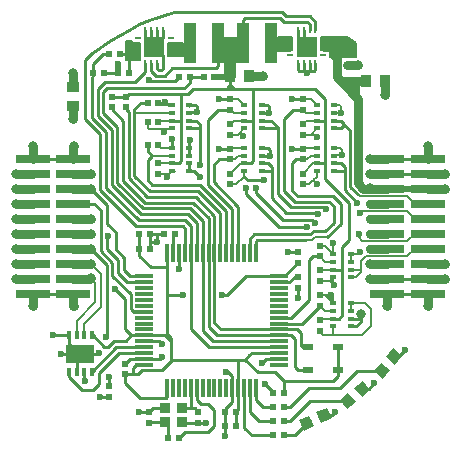
<source format=gtl>
G04 #@! TF.GenerationSoftware,KiCad,Pcbnew,no-vcs-found-d3b382c~59~ubuntu16.04.1*
G04 #@! TF.CreationDate,2017-07-20T01:56:19+01:00*
G04 #@! TF.ProjectId,m3pyro,6D337079726F2E6B696361645F706362,rev?*
G04 #@! TF.SameCoordinates,Original
G04 #@! TF.FileFunction,Copper,L1,Top,Signal*
G04 #@! TF.FilePolarity,Positive*
%FSLAX46Y46*%
G04 Gerber Fmt 4.6, Leading zero omitted, Abs format (unit mm)*
G04 Created by KiCad (PCBNEW no-vcs-found-d3b382c~59~ubuntu16.04.1) date Thu Jul 20 01:56:19 2017*
%MOMM*%
%LPD*%
G01*
G04 APERTURE LIST*
%ADD10R,1.000000X0.950000*%
%ADD11R,0.559000X0.406000*%
%ADD12C,0.950000*%
%ADD13C,0.100000*%
%ADD14R,0.620000X0.620000*%
%ADD15R,0.950000X1.000000*%
%ADD16R,0.350000X0.650000*%
%ADD17R,2.400000X1.550000*%
%ADD18R,0.300000X1.500000*%
%ADD19R,1.500000X0.300000*%
%ADD20R,1.700000X1.700000*%
%ADD21C,0.300000*%
%ADD22R,0.250000X0.600000*%
%ADD23R,0.600000X0.250000*%
%ADD24R,0.900000X0.500000*%
%ADD25R,2.920000X0.740000*%
%ADD26R,0.980000X3.400000*%
%ADD27R,0.950000X0.850000*%
%ADD28C,0.800000*%
%ADD29C,0.600000*%
%ADD30C,0.740000*%
%ADD31C,0.280000*%
%ADD32C,0.740000*%
%ADD33C,0.200000*%
%ADD34C,0.500000*%
%ADD35C,1.000000*%
G04 APERTURE END LIST*
D10*
X86650000Y-88200000D03*
X86650000Y-89800000D03*
D11*
X110186500Y-106525000D03*
X110186500Y-107175000D03*
X110186500Y-107825000D03*
X110186500Y-108475000D03*
X108713500Y-108475000D03*
X108713500Y-107825000D03*
X108713500Y-107175000D03*
X108713500Y-106525000D03*
D12*
X113864230Y-111037164D03*
D13*
G36*
X113786532Y-110351899D02*
X114552576Y-110994687D01*
X113941928Y-111722429D01*
X113175884Y-111079641D01*
X113786532Y-110351899D01*
X113786532Y-110351899D01*
G37*
D12*
X112835770Y-112262836D03*
D13*
G36*
X112758072Y-111577571D02*
X113524116Y-112220359D01*
X112913468Y-112948101D01*
X112147424Y-112305313D01*
X112758072Y-111577571D01*
X112758072Y-111577571D01*
G37*
D11*
X95063500Y-89775000D03*
X95063500Y-90425000D03*
X95063500Y-91075000D03*
X95063500Y-91725000D03*
X96536500Y-91725000D03*
X96536500Y-91075000D03*
X96536500Y-90425000D03*
X96536500Y-89775000D03*
D14*
X95300000Y-100700000D03*
X94400000Y-100700000D03*
X92300000Y-100700000D03*
X93200000Y-100700000D03*
X100000000Y-96450000D03*
X100000000Y-95550000D03*
X107550000Y-103750000D03*
X107550000Y-104650000D03*
X100000000Y-92250000D03*
X100000000Y-91350000D03*
X107550000Y-106750000D03*
X107550000Y-105850000D03*
X100000000Y-93450000D03*
X100000000Y-94350000D03*
X107550000Y-102550000D03*
X107550000Y-101650000D03*
X100000000Y-89250000D03*
X100000000Y-90150000D03*
X89950000Y-89950000D03*
X89950000Y-89050000D03*
X91150000Y-89950000D03*
X91150000Y-89050000D03*
X107550000Y-107950000D03*
X107550000Y-108850000D03*
X93900000Y-95550000D03*
X93900000Y-94650000D03*
X106150000Y-91350000D03*
X106150000Y-92250000D03*
X93000000Y-91150000D03*
X93900000Y-91150000D03*
X106150000Y-94350000D03*
X106150000Y-93450000D03*
X93900000Y-93150000D03*
X93000000Y-93150000D03*
X106150000Y-90150000D03*
X106150000Y-89250000D03*
X93900000Y-89550000D03*
X93000000Y-89550000D03*
X96550000Y-87400000D03*
X95650000Y-87400000D03*
X98650000Y-87400000D03*
X97750000Y-87400000D03*
X106150000Y-96450000D03*
X106150000Y-95550000D03*
X90650000Y-85450000D03*
X89750000Y-85450000D03*
X94750000Y-117900000D03*
X95650000Y-117900000D03*
X104500000Y-115300000D03*
X103600000Y-115300000D03*
X103600000Y-116500000D03*
X104500000Y-116500000D03*
X104500000Y-117700000D03*
X103600000Y-117700000D03*
X105700000Y-103100000D03*
X105700000Y-102200000D03*
X88400000Y-87000000D03*
X89300000Y-87000000D03*
X93100000Y-115750000D03*
X93100000Y-116650000D03*
X103600000Y-114100000D03*
X104500000Y-114100000D03*
X97300000Y-115750000D03*
X97300000Y-116650000D03*
X93200000Y-101900000D03*
X92300000Y-101900000D03*
X100450000Y-115700000D03*
X99550000Y-115700000D03*
X105700000Y-105200000D03*
X105700000Y-104300000D03*
X109000000Y-86350000D03*
X109900000Y-86350000D03*
X90500000Y-87000000D03*
X91400000Y-87000000D03*
X89750000Y-113550000D03*
X89750000Y-114450000D03*
X100450000Y-116900000D03*
X99550000Y-116900000D03*
X91100000Y-111650000D03*
X91100000Y-112550000D03*
D15*
X113100000Y-87750000D03*
X111500000Y-87750000D03*
X100000000Y-87250000D03*
X101600000Y-87250000D03*
D12*
X107925046Y-116011905D03*
D13*
G36*
X108144233Y-115358007D02*
X108566851Y-116264315D01*
X107705859Y-116665803D01*
X107283241Y-115759495D01*
X108144233Y-115358007D01*
X108144233Y-115358007D01*
G37*
D12*
X106474954Y-116688095D03*
D13*
G36*
X106694141Y-116034197D02*
X107116759Y-116940505D01*
X106255767Y-117341993D01*
X105833149Y-116435685D01*
X106694141Y-116034197D01*
X106694141Y-116034197D01*
G37*
D12*
X109937164Y-114814230D03*
D13*
G36*
X109979641Y-114125884D02*
X110622429Y-114891928D01*
X109894687Y-115502576D01*
X109251899Y-114736532D01*
X109979641Y-114125884D01*
X109979641Y-114125884D01*
G37*
D12*
X111162836Y-113785770D03*
D13*
G36*
X111205313Y-113097424D02*
X111848101Y-113863468D01*
X111120359Y-114474116D01*
X110477571Y-113708072D01*
X111205313Y-113097424D01*
X111205313Y-113097424D01*
G37*
D11*
X108786500Y-93375000D03*
X108786500Y-94025000D03*
X108786500Y-94675000D03*
X108786500Y-95325000D03*
X107313500Y-95325000D03*
X107313500Y-94675000D03*
X107313500Y-94025000D03*
X107313500Y-93375000D03*
X101163500Y-93375000D03*
X101163500Y-94025000D03*
X101163500Y-94675000D03*
X101163500Y-95325000D03*
X102636500Y-95325000D03*
X102636500Y-94675000D03*
X102636500Y-94025000D03*
X102636500Y-93375000D03*
X96536500Y-93375000D03*
X96536500Y-94025000D03*
X96536500Y-94675000D03*
X96536500Y-95325000D03*
X95063500Y-95325000D03*
X95063500Y-94675000D03*
X95063500Y-94025000D03*
X95063500Y-93375000D03*
X110186500Y-102375000D03*
X110186500Y-103025000D03*
X110186500Y-103675000D03*
X110186500Y-104325000D03*
X108713500Y-104325000D03*
X108713500Y-103675000D03*
X108713500Y-103025000D03*
X108713500Y-102375000D03*
X102636500Y-89775000D03*
X102636500Y-90425000D03*
X102636500Y-91075000D03*
X102636500Y-91725000D03*
X101163500Y-91725000D03*
X101163500Y-91075000D03*
X101163500Y-90425000D03*
X101163500Y-89775000D03*
X107313500Y-89775000D03*
X107313500Y-90425000D03*
X107313500Y-91075000D03*
X107313500Y-91725000D03*
X108786500Y-91725000D03*
X108786500Y-91075000D03*
X108786500Y-90425000D03*
X108786500Y-89775000D03*
D16*
X86325000Y-112350000D03*
X86975000Y-112350000D03*
X87625000Y-112350000D03*
X88275000Y-112350000D03*
X88275000Y-109250000D03*
X87625000Y-109250000D03*
X86975000Y-109250000D03*
X86325000Y-109250000D03*
D17*
X87300000Y-110800000D03*
D18*
X94650000Y-113700000D03*
X95150000Y-113700000D03*
X95650000Y-113700000D03*
X96150000Y-113700000D03*
X96650000Y-113700000D03*
X97150000Y-113700000D03*
X97650000Y-113700000D03*
X98150000Y-113700000D03*
X98650000Y-113700000D03*
X99150000Y-113700000D03*
X99650000Y-113700000D03*
X100150000Y-113700000D03*
X100650000Y-113700000D03*
X101150000Y-113700000D03*
X101650000Y-113700000D03*
X102150000Y-113700000D03*
D19*
X104100000Y-111750000D03*
X104100000Y-111250000D03*
X104100000Y-110750000D03*
X104100000Y-110250000D03*
X104100000Y-109750000D03*
X104100000Y-109250000D03*
X104100000Y-108750000D03*
X104100000Y-108250000D03*
X104100000Y-107750000D03*
X104100000Y-107250000D03*
X104100000Y-106750000D03*
X104100000Y-106250000D03*
X104100000Y-105750000D03*
X104100000Y-105250000D03*
X104100000Y-104750000D03*
X104100000Y-104250000D03*
D18*
X102150000Y-102300000D03*
X101650000Y-102300000D03*
X101150000Y-102300000D03*
X100650000Y-102300000D03*
X100150000Y-102300000D03*
X99650000Y-102300000D03*
X99150000Y-102300000D03*
X98650000Y-102300000D03*
X98150000Y-102300000D03*
X97650000Y-102300000D03*
X97150000Y-102300000D03*
X96650000Y-102300000D03*
X96150000Y-102300000D03*
X95650000Y-102300000D03*
X95150000Y-102300000D03*
X94650000Y-102300000D03*
D19*
X92700000Y-104250000D03*
X92700000Y-104750000D03*
X92700000Y-105250000D03*
X92700000Y-105750000D03*
X92700000Y-106250000D03*
X92700000Y-106750000D03*
X92700000Y-107250000D03*
X92700000Y-107750000D03*
X92700000Y-108250000D03*
X92700000Y-108750000D03*
X92700000Y-109250000D03*
X92700000Y-109750000D03*
X92700000Y-110250000D03*
X92700000Y-110750000D03*
X92700000Y-111250000D03*
X92700000Y-111750000D03*
D20*
X93550000Y-84800000D03*
D21*
X92950000Y-84200000D03*
X92950000Y-85400000D03*
X94150000Y-84200000D03*
X94150000Y-85400000D03*
D22*
X94300000Y-86200000D03*
X93800000Y-86200000D03*
X93300000Y-86200000D03*
X92800000Y-86200000D03*
D23*
X92150000Y-85550000D03*
X92150000Y-85050000D03*
X92150000Y-84550000D03*
X92150000Y-84050000D03*
D22*
X92800000Y-83400000D03*
X93300000Y-83400000D03*
X93800000Y-83400000D03*
X94300000Y-83400000D03*
D23*
X94950000Y-84050000D03*
X94950000Y-84550000D03*
X94950000Y-85050000D03*
X94950000Y-85550000D03*
X105050000Y-84050000D03*
X105050000Y-84550000D03*
X105050000Y-85050000D03*
X105050000Y-85550000D03*
D22*
X105700000Y-86200000D03*
X106200000Y-86200000D03*
X106700000Y-86200000D03*
X107200000Y-86200000D03*
D23*
X107850000Y-85550000D03*
X107850000Y-85050000D03*
X107850000Y-84550000D03*
X107850000Y-84050000D03*
D22*
X107200000Y-83400000D03*
X106700000Y-83400000D03*
X106200000Y-83400000D03*
X105700000Y-83400000D03*
D21*
X105850000Y-84200000D03*
X105850000Y-85400000D03*
X107050000Y-84200000D03*
X107050000Y-85400000D03*
D20*
X106450000Y-84800000D03*
D24*
X106550000Y-110250000D03*
X109150000Y-110250000D03*
X109150000Y-112150000D03*
X106550000Y-112150000D03*
D25*
X116715000Y-105715000D03*
X113285000Y-105715000D03*
X116715000Y-104445000D03*
X113285000Y-104445000D03*
X116715000Y-103175000D03*
X113285000Y-103175000D03*
X116715000Y-101905000D03*
X113285000Y-101905000D03*
X116715000Y-100635000D03*
X113285000Y-100635000D03*
X116715000Y-99365000D03*
X113285000Y-99365000D03*
X116715000Y-98095000D03*
X113285000Y-98095000D03*
X116715000Y-96825000D03*
X113285000Y-96825000D03*
X116715000Y-95555000D03*
X113285000Y-95555000D03*
X116715000Y-94285000D03*
X113285000Y-94285000D03*
X83285000Y-94285000D03*
X86715000Y-94285000D03*
X83285000Y-95555000D03*
X86715000Y-95555000D03*
X83285000Y-96825000D03*
X86715000Y-96825000D03*
X83285000Y-98095000D03*
X86715000Y-98095000D03*
X83285000Y-99365000D03*
X86715000Y-99365000D03*
X83285000Y-100635000D03*
X86715000Y-100635000D03*
X83285000Y-101905000D03*
X86715000Y-101905000D03*
X83285000Y-103175000D03*
X86715000Y-103175000D03*
X83285000Y-104445000D03*
X86715000Y-104445000D03*
X83285000Y-105715000D03*
X86715000Y-105715000D03*
D26*
X98935000Y-84500000D03*
X96565000Y-84500000D03*
X103435000Y-84500000D03*
X101065000Y-84500000D03*
D27*
X95925000Y-115425000D03*
X94475000Y-115425000D03*
X94475000Y-116575000D03*
X95925000Y-116575000D03*
D28*
X113100000Y-88900000D03*
X110800000Y-86350000D03*
X86650000Y-90900000D03*
D29*
X105200000Y-89250000D03*
X105200000Y-93450000D03*
X99050000Y-93450000D03*
X99050000Y-89250000D03*
X94500000Y-89450000D03*
X95050000Y-92600000D03*
X108550000Y-105800000D03*
X108700000Y-101450000D03*
X104850000Y-102200000D03*
X105700000Y-106050000D03*
X99650000Y-112350000D03*
X102700000Y-111550000D03*
X102950000Y-113350000D03*
X93800000Y-101300000D03*
X99550000Y-117750000D03*
X93100000Y-87650000D03*
X90500000Y-86300000D03*
D28*
X102750000Y-87250000D03*
D29*
X106450000Y-87050000D03*
X85700000Y-110800000D03*
X88850000Y-110750000D03*
X88950000Y-114450000D03*
X114750000Y-110500000D03*
X112200000Y-113300000D03*
X108900000Y-115750000D03*
D28*
X116750000Y-93225000D03*
X111825000Y-94275000D03*
X116725000Y-106775000D03*
X113275000Y-106775000D03*
X86725000Y-93200000D03*
X83300000Y-93200000D03*
X86725000Y-106775000D03*
X83300000Y-106775000D03*
D29*
X94200000Y-110000000D03*
X94200000Y-111050000D03*
X97950000Y-116650000D03*
X92250000Y-115750000D03*
X85000000Y-109250000D03*
D28*
X81825000Y-95575000D03*
D29*
X95650000Y-103600000D03*
D28*
X88175000Y-95550000D03*
X81825000Y-96825000D03*
X88175000Y-96825000D03*
X81825000Y-98100000D03*
D29*
X99300000Y-105850000D03*
X96000000Y-105850000D03*
X90200000Y-105350000D03*
D28*
X81825000Y-99375000D03*
X88170000Y-99400000D03*
X81825000Y-100650000D03*
X88175000Y-100625000D03*
X81825000Y-101900000D03*
D29*
X89500000Y-109400000D03*
X89750000Y-112800000D03*
X87650000Y-113150000D03*
D28*
X88175000Y-101925000D03*
X81825000Y-103175000D03*
X88175000Y-103175000D03*
X81825000Y-104450000D03*
X88175000Y-104425000D03*
X111825000Y-104450000D03*
X118175000Y-104450000D03*
X118175000Y-103175000D03*
X111820000Y-103210000D03*
D30*
X111825000Y-101905000D03*
D29*
X107200000Y-99760000D03*
X110850000Y-100650000D03*
X102200000Y-96750000D03*
X97400000Y-94850000D03*
D30*
X111825000Y-100635000D03*
D29*
X108072451Y-98570010D03*
X110950000Y-98900000D03*
D30*
X111825000Y-99365000D03*
X111825000Y-98095000D03*
D29*
X109650000Y-84235771D03*
D28*
X86700000Y-87050000D03*
D29*
X91400000Y-85750000D03*
X91400000Y-85150000D03*
X91400000Y-84550000D03*
X108700000Y-85450000D03*
X108700000Y-84850000D03*
X108700000Y-84250000D03*
D28*
X118175000Y-96825000D03*
X111825000Y-96800000D03*
X118175000Y-95550000D03*
X111825000Y-95550000D03*
D29*
X89625000Y-100800000D03*
D28*
X111065576Y-107400586D03*
D29*
X106450000Y-100050000D03*
X101350000Y-96750000D03*
X97400000Y-95800000D03*
X107439253Y-99010018D03*
X110750000Y-98000000D03*
X109400000Y-90400000D03*
X107300000Y-92450000D03*
X97200000Y-90300000D03*
X94350000Y-92050000D03*
X103300000Y-90435000D03*
X101050000Y-92400000D03*
X110950000Y-102200000D03*
X108750000Y-105000000D03*
X94600000Y-95860001D03*
X96550000Y-92700000D03*
X103350000Y-94050000D03*
X102850000Y-96100000D03*
X109450000Y-94000000D03*
X107300000Y-96400000D03*
D31*
X95925000Y-115425000D02*
X96600000Y-115425000D01*
X96600000Y-115425000D02*
X96975000Y-115425000D01*
X96650000Y-113700000D02*
X96650000Y-115375000D01*
X96650000Y-115375000D02*
X96600000Y-115425000D01*
X96975000Y-115425000D02*
X97300000Y-115750000D01*
D32*
X113100000Y-87750000D02*
X113100000Y-88900000D01*
X109900000Y-86350000D02*
X110800000Y-86350000D01*
X86650000Y-89800000D02*
X86650000Y-90900000D01*
D31*
X106150000Y-89250000D02*
X105200000Y-89250000D01*
X106150000Y-93450000D02*
X105200000Y-93450000D01*
D33*
X107313500Y-93375000D02*
X106225000Y-93375000D01*
X106225000Y-93375000D02*
X106150000Y-93450000D01*
X107313500Y-89775000D02*
X106788500Y-89250000D01*
X106788500Y-89250000D02*
X106150000Y-89250000D01*
D31*
X100000000Y-93450000D02*
X99050000Y-93450000D01*
X100000000Y-89250000D02*
X99050000Y-89250000D01*
D33*
X101163500Y-93375000D02*
X100075000Y-93375000D01*
X100075000Y-93375000D02*
X100000000Y-93450000D01*
X100000000Y-89250000D02*
X100638500Y-89250000D01*
X100638500Y-89250000D02*
X101163500Y-89775000D01*
D31*
X94450000Y-89450000D02*
X94350000Y-89550000D01*
X94350000Y-89550000D02*
X93900000Y-89550000D01*
X94500000Y-89450000D02*
X94450000Y-89450000D01*
X95063500Y-89775000D02*
X94825000Y-89775000D01*
X94825000Y-89775000D02*
X94500000Y-89450000D01*
X95063500Y-93375000D02*
X95063500Y-92613500D01*
X95063500Y-92613500D02*
X95050000Y-92600000D01*
D33*
X95063500Y-93375000D02*
X94125000Y-93375000D01*
X94125000Y-93375000D02*
X93900000Y-93150000D01*
X95063500Y-89775000D02*
X94125000Y-89775000D01*
X94125000Y-89775000D02*
X93900000Y-89550000D01*
X107900000Y-105800000D02*
X107600000Y-105800000D01*
X107600000Y-105800000D02*
X107550000Y-105850000D01*
X107550000Y-105850000D02*
X107850000Y-105850000D01*
X107850000Y-105850000D02*
X108038500Y-105850000D01*
X108550000Y-105800000D02*
X107900000Y-105800000D01*
X107900000Y-105800000D02*
X107850000Y-105850000D01*
X108038500Y-105850000D02*
X108150000Y-105961500D01*
X108150000Y-105961500D02*
X108200000Y-106011500D01*
X108550000Y-105800000D02*
X108311500Y-105800000D01*
X108311500Y-105800000D02*
X108150000Y-105961500D01*
X108200000Y-106011500D02*
X108400000Y-106211500D01*
X108411500Y-105800000D02*
X108200000Y-106011500D01*
X108550000Y-105800000D02*
X108411500Y-105800000D01*
X108400000Y-106211500D02*
X108713500Y-106525000D01*
X108400000Y-106211500D02*
X108400000Y-105950000D01*
X108400000Y-105950000D02*
X108550000Y-105800000D01*
X108713500Y-106363500D02*
X108689236Y-106363500D01*
X108689236Y-106363500D02*
X108550000Y-106224264D01*
X108550000Y-106224264D02*
X108550000Y-105800000D01*
X108713500Y-106525000D02*
X108713500Y-106363500D01*
X108713500Y-106525000D02*
X108713500Y-105963500D01*
X108713500Y-105963500D02*
X108550000Y-105800000D01*
D31*
X113285000Y-105715000D02*
X116715000Y-105715000D01*
D33*
X108713500Y-102375000D02*
X108713500Y-101463500D01*
X108713500Y-101463500D02*
X108700000Y-101450000D01*
X107550000Y-101650000D02*
X107988500Y-101650000D01*
X107988500Y-101650000D02*
X108713500Y-102375000D01*
D31*
X105700000Y-102200000D02*
X104850000Y-102200000D01*
X105700000Y-105200000D02*
X105700000Y-106050000D01*
X100150000Y-113700000D02*
X100150000Y-112670000D01*
X100150000Y-112670000D02*
X99830000Y-112350000D01*
X99830000Y-112350000D02*
X99650000Y-112350000D01*
X104100000Y-111250000D02*
X103000000Y-111250000D01*
X103000000Y-111250000D02*
X102700000Y-111550000D01*
X103600000Y-114100000D02*
X103600000Y-114000000D01*
X103600000Y-114000000D02*
X102950000Y-113350000D01*
X93800000Y-100700000D02*
X93800000Y-101300000D01*
X93200000Y-101300000D02*
X93800000Y-101300000D01*
X93800000Y-100700000D02*
X94400000Y-100700000D01*
X93200000Y-100700000D02*
X93800000Y-100700000D01*
X93200000Y-101300000D02*
X93200000Y-101900000D01*
X93200000Y-100700000D02*
X93200000Y-101300000D01*
X99550000Y-116900000D02*
X99550000Y-117750000D01*
X99550000Y-115700000D02*
X99550000Y-116900000D01*
X99550000Y-115450000D02*
X100150000Y-114850000D01*
X100150000Y-114850000D02*
X100150000Y-113700000D01*
X99550000Y-115700000D02*
X99550000Y-115450000D01*
X95300000Y-87750000D02*
X93200000Y-87750000D01*
X93200000Y-87750000D02*
X93100000Y-87650000D01*
X95650000Y-87400000D02*
X95300000Y-87750000D01*
X89300000Y-87000000D02*
X90500000Y-87000000D01*
D34*
X90500000Y-87000000D02*
X90500000Y-86300000D01*
D31*
X94300000Y-83400000D02*
X94300000Y-84050000D01*
X94300000Y-84050000D02*
X94150000Y-84200000D01*
X93800000Y-83400000D02*
X93800000Y-84550000D01*
X93800000Y-84550000D02*
X93550000Y-84800000D01*
X93300000Y-83400000D02*
X93300000Y-84550000D01*
X93300000Y-84550000D02*
X93550000Y-84800000D01*
X92800000Y-83400000D02*
X92800000Y-84050000D01*
X92800000Y-84050000D02*
X92950000Y-84200000D01*
D32*
X101600000Y-87250000D02*
X102750000Y-87250000D01*
D31*
X94300000Y-86200000D02*
X94300000Y-85550000D01*
X94300000Y-85550000D02*
X94150000Y-85400000D01*
X94200000Y-86750000D02*
X94300000Y-86650000D01*
X94300000Y-86650000D02*
X94300000Y-86200000D01*
X93900000Y-86750000D02*
X94200000Y-86750000D01*
X93800000Y-86650000D02*
X93900000Y-86750000D01*
X93800000Y-86200000D02*
X93800000Y-86650000D01*
X106200000Y-83400000D02*
X106200000Y-84550000D01*
X106200000Y-84550000D02*
X106450000Y-84800000D01*
X105700000Y-83400000D02*
X105700000Y-84050000D01*
X105700000Y-84050000D02*
X105850000Y-84200000D01*
X106450000Y-86900000D02*
X106700000Y-86900000D01*
X106200000Y-86900000D02*
X106450000Y-86900000D01*
X106450000Y-86900000D02*
X106450000Y-87050000D01*
X105800000Y-86900000D02*
X106200000Y-86900000D01*
X106200000Y-86200000D02*
X106200000Y-86900000D01*
X106700000Y-86900000D02*
X107100000Y-86900000D01*
X106700000Y-86200000D02*
X106700000Y-86900000D01*
X107100000Y-86900000D02*
X107200000Y-86800000D01*
X107200000Y-86800000D02*
X107200000Y-86200000D01*
X105700000Y-86800000D02*
X105800000Y-86900000D01*
X105700000Y-86200000D02*
X105700000Y-86800000D01*
X87300000Y-110800000D02*
X85700000Y-110800000D01*
X87300000Y-110800000D02*
X88800000Y-110800000D01*
X88800000Y-110800000D02*
X88850000Y-110750000D01*
X89750000Y-114450000D02*
X88950000Y-114450000D01*
X113864230Y-111037164D02*
X114212836Y-111037164D01*
X114212836Y-111037164D02*
X114750000Y-110500000D01*
X111162836Y-113785770D02*
X111714230Y-113785770D01*
X111714230Y-113785770D02*
X112200000Y-113300000D01*
X107925046Y-116011905D02*
X108638095Y-116011905D01*
X108638095Y-116011905D02*
X108900000Y-115750000D01*
D32*
X116715000Y-94285000D02*
X116715000Y-93260000D01*
X116715000Y-93260000D02*
X116750000Y-93225000D01*
X113285000Y-94285000D02*
X111835000Y-94285000D01*
X111835000Y-94285000D02*
X111825000Y-94275000D01*
D31*
X86715000Y-105715000D02*
X84975000Y-105715000D01*
X84975000Y-105715000D02*
X83285000Y-105715000D01*
X83285000Y-94285000D02*
X86715000Y-94285000D01*
X113285000Y-94285000D02*
X116715000Y-94285000D01*
D32*
X116715000Y-105715000D02*
X116715000Y-106765000D01*
X116715000Y-106765000D02*
X116725000Y-106775000D01*
X113285000Y-105715000D02*
X113285000Y-106765000D01*
X113285000Y-106765000D02*
X113275000Y-106775000D01*
X86715000Y-94285000D02*
X86715000Y-93210000D01*
X86715000Y-93210000D02*
X86725000Y-93200000D01*
X83285000Y-94285000D02*
X83285000Y-93215000D01*
X83285000Y-93215000D02*
X83300000Y-93200000D01*
X86715000Y-105715000D02*
X86715000Y-106765000D01*
X86715000Y-106765000D02*
X86725000Y-106775000D01*
X83285000Y-105715000D02*
X83285000Y-106760000D01*
X83285000Y-106760000D02*
X83300000Y-106775000D01*
D31*
X92700000Y-109750000D02*
X93950000Y-109750000D01*
X93950000Y-109750000D02*
X94200000Y-110000000D01*
X92700000Y-111250000D02*
X94000000Y-111250000D01*
X94000000Y-111250000D02*
X94200000Y-111050000D01*
X97300000Y-116650000D02*
X97950000Y-116650000D01*
X93100000Y-115750000D02*
X92250000Y-115750000D01*
X86325000Y-109975000D02*
X87150000Y-110800000D01*
X87150000Y-110800000D02*
X87300000Y-110800000D01*
X86325000Y-109250000D02*
X86325000Y-109975000D01*
X86325000Y-109250000D02*
X85000000Y-109250000D01*
X86975000Y-112350000D02*
X86975000Y-111125000D01*
X86975000Y-111125000D02*
X87300000Y-110800000D01*
X92700000Y-111250000D02*
X91500000Y-111250000D01*
X91500000Y-111250000D02*
X91100000Y-111650000D01*
X94475000Y-115425000D02*
X93425000Y-115425000D01*
X93425000Y-115425000D02*
X93100000Y-115750000D01*
X97300000Y-116650000D02*
X96000000Y-116650000D01*
X96000000Y-116650000D02*
X95925000Y-116575000D01*
X94475000Y-116575000D02*
X93175000Y-116575000D01*
X93175000Y-116575000D02*
X93100000Y-116650000D01*
X94750000Y-117900000D02*
X94750000Y-116850000D01*
X94750000Y-116850000D02*
X94475000Y-116575000D01*
X103950000Y-85050000D02*
X103950000Y-85015000D01*
X103950000Y-85015000D02*
X103435000Y-84500000D01*
X105050000Y-85050000D02*
X103950000Y-85050000D01*
X105050000Y-84550000D02*
X103485000Y-84550000D01*
X103485000Y-84550000D02*
X103435000Y-84500000D01*
X105050000Y-84050000D02*
X103885000Y-84050000D01*
X103885000Y-84050000D02*
X103435000Y-84500000D01*
X99400000Y-88350000D02*
X99680000Y-88350000D01*
X96850000Y-88350000D02*
X99400000Y-88350000D01*
X100600000Y-88350000D02*
X99900000Y-88350000D01*
X99900000Y-88350000D02*
X99780000Y-88350000D01*
X99400000Y-88350000D02*
X99900000Y-88350000D01*
X95800000Y-88800000D02*
X96400000Y-88800000D01*
X96400000Y-88800000D02*
X96850000Y-88350000D01*
X99680000Y-88350000D02*
X99730000Y-88300000D01*
X100600000Y-88350000D02*
X101900000Y-88350000D01*
X100320000Y-88350000D02*
X100600000Y-88350000D01*
X99780000Y-88350000D02*
X99730000Y-88300000D01*
X101900000Y-89416998D02*
X101900000Y-88350000D01*
X101900000Y-88350000D02*
X107150000Y-88350000D01*
X100000000Y-88030000D02*
X100320000Y-88350000D01*
X107150000Y-88350000D02*
X108050000Y-89250000D01*
X108050000Y-89250000D02*
X108050000Y-91100000D01*
X99730000Y-88300000D02*
X100000000Y-88030000D01*
X108050000Y-94700000D02*
X108050000Y-96050000D01*
X110059999Y-101140001D02*
X109450000Y-101750000D01*
X109450000Y-101750000D02*
X109450000Y-103700000D01*
X108050000Y-96050000D02*
X110059999Y-98059999D01*
X110059999Y-98059999D02*
X110059999Y-101140001D01*
X108050000Y-91100000D02*
X108050000Y-94700000D01*
X107313500Y-94675000D02*
X108025000Y-94675000D01*
X108025000Y-94675000D02*
X108050000Y-94700000D01*
D33*
X107313500Y-94675000D02*
X107025000Y-94675000D01*
X107025000Y-94675000D02*
X106150000Y-95550000D01*
X107313500Y-91075000D02*
X106425000Y-91075000D01*
X106425000Y-91075000D02*
X106150000Y-91350000D01*
D31*
X108025000Y-91075000D02*
X107313500Y-91075000D01*
X108050000Y-91100000D02*
X108025000Y-91075000D01*
X101900000Y-94498000D02*
X101900000Y-91050000D01*
X101900000Y-91050000D02*
X101900000Y-89416998D01*
X101163500Y-91075000D02*
X101875000Y-91075000D01*
X101875000Y-91075000D02*
X101900000Y-91050000D01*
X101163500Y-94675000D02*
X101723000Y-94675000D01*
X101723000Y-94675000D02*
X101900000Y-94498000D01*
D33*
X101163500Y-94675000D02*
X100875000Y-94675000D01*
X100875000Y-94675000D02*
X100000000Y-95550000D01*
X101163500Y-91075000D02*
X100275000Y-91075000D01*
X100275000Y-91075000D02*
X100000000Y-91350000D01*
D31*
X100000000Y-88030000D02*
X100000000Y-87250000D01*
X91150000Y-89050000D02*
X89950000Y-89050000D01*
X95800000Y-88800000D02*
X91400000Y-88800000D01*
X91400000Y-88800000D02*
X91150000Y-89050000D01*
X95800000Y-94498000D02*
X95800000Y-91050000D01*
X95800000Y-91050000D02*
X95800000Y-88800000D01*
X95063500Y-91075000D02*
X95775000Y-91075000D01*
X95775000Y-91075000D02*
X95800000Y-91050000D01*
X95063500Y-94675000D02*
X95623000Y-94675000D01*
X95623000Y-94675000D02*
X95800000Y-94498000D01*
D33*
X95063500Y-91075000D02*
X93975000Y-91075000D01*
X93975000Y-91075000D02*
X93900000Y-91150000D01*
X95063500Y-94675000D02*
X93925000Y-94675000D01*
X93925000Y-94675000D02*
X93900000Y-94650000D01*
D31*
X109450000Y-104850000D02*
X109450000Y-103700000D01*
X108713500Y-103675000D02*
X109425000Y-103675000D01*
X109425000Y-103675000D02*
X109450000Y-103700000D01*
X109450000Y-107533002D02*
X109450000Y-104850000D01*
X108713500Y-107825000D02*
X109158002Y-107825000D01*
X109158002Y-107825000D02*
X109450000Y-107533002D01*
D33*
X108713500Y-103675000D02*
X107625000Y-103675000D01*
X107625000Y-103675000D02*
X107550000Y-103750000D01*
X108713500Y-107825000D02*
X107675000Y-107825000D01*
X107675000Y-107825000D02*
X107550000Y-107950000D01*
D34*
X98650000Y-87400000D02*
X99850000Y-87400000D01*
D31*
X99850000Y-87400000D02*
X100000000Y-87250000D01*
D35*
X100000000Y-85200000D02*
X99635000Y-85200000D01*
X99635000Y-85200000D02*
X98935000Y-84500000D01*
X100000000Y-85200000D02*
X100365000Y-85200000D01*
X100365000Y-85200000D02*
X101065000Y-84500000D01*
X100000000Y-85200000D02*
X100500000Y-85700000D01*
X100000000Y-84500000D02*
X100000000Y-85200000D01*
X100000000Y-85150000D02*
X99450000Y-85700000D01*
X100000000Y-84500000D02*
X100000000Y-85150000D01*
X100000000Y-84500000D02*
X101065000Y-84500000D01*
X98935000Y-84500000D02*
X100000000Y-84500000D01*
X100000000Y-84500000D02*
X100000000Y-87250000D01*
D31*
X98750000Y-86600000D02*
X98935000Y-86415000D01*
X98935000Y-86415000D02*
X98935000Y-84500000D01*
X95100000Y-86600000D02*
X98750000Y-86600000D01*
X94450000Y-87250000D02*
X95100000Y-86600000D01*
X93700000Y-87250000D02*
X94450000Y-87250000D01*
X93300000Y-86850000D02*
X93700000Y-87250000D01*
X93300000Y-86200000D02*
X93300000Y-86850000D01*
X101200000Y-82400000D02*
X101065000Y-82535000D01*
X101065000Y-82535000D02*
X101065000Y-84500000D01*
X104200000Y-82400000D02*
X101200000Y-82400000D01*
X104500000Y-82700000D02*
X104200000Y-82400000D01*
X106500000Y-82700000D02*
X104500000Y-82700000D01*
X106700000Y-82900000D02*
X106500000Y-82700000D01*
X106700000Y-83400000D02*
X106700000Y-82900000D01*
X96050000Y-85550000D02*
X96050000Y-85015000D01*
X94950000Y-85550000D02*
X96050000Y-85550000D01*
X96050000Y-85050000D02*
X96050000Y-85015000D01*
X96050000Y-85015000D02*
X96565000Y-84500000D01*
X94950000Y-85050000D02*
X96050000Y-85050000D01*
X94950000Y-84550000D02*
X96515000Y-84550000D01*
X96515000Y-84550000D02*
X96565000Y-84500000D01*
D32*
X83285000Y-95555000D02*
X81845000Y-95555000D01*
X81845000Y-95555000D02*
X81825000Y-95575000D01*
D31*
X95650000Y-102300000D02*
X95650000Y-103600000D01*
D32*
X86715000Y-95555000D02*
X88170000Y-95555000D01*
X88170000Y-95555000D02*
X88175000Y-95550000D01*
D31*
X86715000Y-95555000D02*
X88031038Y-95555000D01*
D32*
X83285000Y-96825000D02*
X81825000Y-96825000D01*
D31*
X92700000Y-104250000D02*
X91525000Y-104250000D01*
X91525000Y-104250000D02*
X91025000Y-103750000D01*
X91025000Y-103750000D02*
X91025000Y-102675000D01*
X91025000Y-102675000D02*
X90300000Y-101950000D01*
X90300000Y-101950000D02*
X90300000Y-100527798D01*
X90300000Y-100527798D02*
X89550000Y-99777798D01*
X89550000Y-99777798D02*
X89550000Y-98200000D01*
X89550000Y-98200000D02*
X88175000Y-96825000D01*
D32*
X86715000Y-96825000D02*
X88175000Y-96825000D01*
X83285000Y-98095000D02*
X81830000Y-98095000D01*
X81830000Y-98095000D02*
X81825000Y-98100000D01*
D31*
X91550000Y-107000000D02*
X91800000Y-107250000D01*
X91800000Y-107250000D02*
X92700000Y-107250000D01*
X91550000Y-105750000D02*
X91550000Y-107000000D01*
X90010020Y-104210020D02*
X91550000Y-105750000D01*
X90010020Y-103081184D02*
X90010020Y-104210020D01*
X86715000Y-98095000D02*
X88455000Y-98095000D01*
X88455000Y-98095000D02*
X89025000Y-98665000D01*
X89025000Y-98665000D02*
X89025000Y-102096164D01*
X89025000Y-102096164D02*
X90010020Y-103081184D01*
X86715000Y-98095000D02*
X87805000Y-98095000D01*
X99300000Y-105850000D02*
X99724264Y-105850000D01*
X99724264Y-105850000D02*
X101324264Y-104250000D01*
X103070000Y-104250000D02*
X104100000Y-104250000D01*
X101324264Y-104250000D02*
X103070000Y-104250000D01*
X94650000Y-105850000D02*
X94650000Y-109100000D01*
X94650000Y-103450000D02*
X94650000Y-105850000D01*
X94650000Y-105850000D02*
X96000000Y-105850000D01*
X104100000Y-104250000D02*
X104550000Y-104250000D01*
X104550000Y-104250000D02*
X105700000Y-103100000D01*
D33*
X104100000Y-104250000D02*
X104700000Y-104250000D01*
X105700000Y-103250000D02*
X105700000Y-103100000D01*
D31*
X95400000Y-111300000D02*
X95000000Y-111300000D01*
X100650000Y-111300000D02*
X95400000Y-111300000D01*
X95400000Y-111300000D02*
X95150000Y-111300000D01*
X95150000Y-111300000D02*
X95000000Y-111450000D01*
X92550000Y-112200000D02*
X94250000Y-112200000D01*
X94250000Y-112200000D02*
X95000000Y-111450000D01*
X101250000Y-111300000D02*
X100650000Y-111300000D01*
X100650000Y-113700000D02*
X100650000Y-112750000D01*
X100650000Y-112750000D02*
X100650000Y-111300000D01*
X95000000Y-109750000D02*
X95000000Y-111300000D01*
X95000000Y-111300000D02*
X95000000Y-111450000D01*
X109150000Y-112150000D02*
X109150000Y-112680000D01*
X109150000Y-112680000D02*
X108730000Y-113100000D01*
X108730000Y-113100000D02*
X108502691Y-113100000D01*
X109150000Y-112150000D02*
X109150000Y-110250000D01*
X104500000Y-113100000D02*
X108502691Y-113100000D01*
X103750000Y-112350000D02*
X102300000Y-112350000D01*
X102300000Y-112350000D02*
X101250000Y-111300000D01*
X104500000Y-113100000D02*
X103750000Y-112350000D01*
X104500000Y-114100000D02*
X104500000Y-113100000D01*
X101800000Y-110750000D02*
X101600000Y-110950000D01*
X101600000Y-110950000D02*
X101250000Y-111300000D01*
X94650000Y-102300000D02*
X94650000Y-103450000D01*
X93260000Y-103450000D02*
X94650000Y-103450000D01*
X92300000Y-101900000D02*
X92300000Y-102490000D01*
X92300000Y-102490000D02*
X93260000Y-103450000D01*
X95000000Y-109750000D02*
X95000000Y-109450000D01*
X95000000Y-109450000D02*
X94650000Y-109100000D01*
X94650000Y-109100000D02*
X94500000Y-109250000D01*
X92300000Y-100700000D02*
X92300000Y-101900000D01*
X92700000Y-109250000D02*
X93950000Y-109250000D01*
X93950000Y-109250000D02*
X94500000Y-109250000D01*
X94650000Y-102300000D02*
X94650000Y-102500000D01*
X100450000Y-115700000D02*
X100450000Y-116900000D01*
X100650000Y-113700000D02*
X100650000Y-115500000D01*
X100650000Y-115500000D02*
X100450000Y-115700000D01*
X90150000Y-109700000D02*
X91150000Y-109700000D01*
X91150000Y-109700000D02*
X91600000Y-109250000D01*
X89650000Y-110200000D02*
X90150000Y-109700000D01*
X89300000Y-110200000D02*
X89650000Y-110200000D01*
X88350000Y-109250000D02*
X89300000Y-110200000D01*
X88275000Y-109250000D02*
X88350000Y-109250000D01*
X91050000Y-108700000D02*
X91600000Y-109250000D01*
X91600000Y-109250000D02*
X92700000Y-109250000D01*
X91050000Y-106200000D02*
X91050000Y-108700000D01*
X90200000Y-105350000D02*
X91050000Y-106200000D01*
X92350000Y-114550000D02*
X91100000Y-113300000D01*
X91100000Y-113300000D02*
X91100000Y-112550000D01*
X94550000Y-114550000D02*
X92350000Y-114550000D01*
X94650000Y-114450000D02*
X94550000Y-114550000D01*
X94650000Y-113700000D02*
X94650000Y-114450000D01*
X92550000Y-112200000D02*
X92200000Y-112550000D01*
X92200000Y-112550000D02*
X91600000Y-112550000D01*
X91750000Y-112400000D02*
X91600000Y-112550000D01*
X91600000Y-112550000D02*
X91100000Y-112550000D01*
X91750000Y-112000000D02*
X91750000Y-112400000D01*
X92000000Y-111750000D02*
X91750000Y-112000000D01*
X92700000Y-111750000D02*
X92000000Y-111750000D01*
X94500000Y-109250000D02*
X95000000Y-109750000D01*
D32*
X83285000Y-99365000D02*
X81835000Y-99365000D01*
X81835000Y-99365000D02*
X81825000Y-99375000D01*
D31*
X104100000Y-110750000D02*
X101800000Y-110750000D01*
X92700000Y-111750000D02*
X92200000Y-111750000D01*
D32*
X88135000Y-99365000D02*
X86715000Y-99365000D01*
X88170000Y-99400000D02*
X88135000Y-99365000D01*
X83285000Y-100635000D02*
X81840000Y-100635000D01*
X81840000Y-100635000D02*
X81825000Y-100650000D01*
X86715000Y-100635000D02*
X88165000Y-100635000D01*
X88165000Y-100635000D02*
X88175000Y-100625000D01*
X83285000Y-101905000D02*
X81830000Y-101905000D01*
X81830000Y-101905000D02*
X81825000Y-101900000D01*
D31*
X89530010Y-107619990D02*
X89530010Y-109369990D01*
X89530010Y-109369990D02*
X89500000Y-109400000D01*
X89750000Y-112800000D02*
X89750000Y-113550000D01*
X87625000Y-112350000D02*
X87625000Y-113125000D01*
X87625000Y-113125000D02*
X87650000Y-113150000D01*
X89530010Y-103851174D02*
X89530010Y-107619990D01*
X88175000Y-101925000D02*
X89530009Y-103280009D01*
X89530009Y-103280009D02*
X89530010Y-103851174D01*
D32*
X86715000Y-101905000D02*
X88155000Y-101905000D01*
X88155000Y-101905000D02*
X88175000Y-101925000D01*
X83285000Y-103175000D02*
X81825000Y-103175000D01*
D33*
X89025000Y-106850000D02*
X89025000Y-104025000D01*
X89025000Y-104025000D02*
X88175000Y-103175000D01*
X87625000Y-108250000D02*
X89025000Y-106850000D01*
X87625000Y-109250000D02*
X87625000Y-108250000D01*
D32*
X86715000Y-103175000D02*
X88175000Y-103175000D01*
X83285000Y-104445000D02*
X81830000Y-104445000D01*
X81830000Y-104445000D02*
X81825000Y-104450000D01*
D33*
X88574999Y-106425001D02*
X86975000Y-108025000D01*
X86975000Y-108025000D02*
X86975000Y-109250000D01*
X88175000Y-104425000D02*
X88574999Y-104824999D01*
X88574999Y-104824999D02*
X88574999Y-106425001D01*
D32*
X86715000Y-104445000D02*
X88155000Y-104445000D01*
X88155000Y-104445000D02*
X88175000Y-104425000D01*
D31*
X113285000Y-104445000D02*
X115025000Y-104445000D01*
X115025000Y-104445000D02*
X116715000Y-104445000D01*
D32*
X113285000Y-104445000D02*
X111830000Y-104445000D01*
X111830000Y-104445000D02*
X111825000Y-104450000D01*
X116715000Y-104445000D02*
X118170000Y-104445000D01*
X118170000Y-104445000D02*
X118175000Y-104450000D01*
X116715000Y-103175000D02*
X118175000Y-103175000D01*
X113285000Y-103175000D02*
X111855000Y-103175000D01*
X111855000Y-103175000D02*
X111820000Y-103210000D01*
D33*
X111100000Y-103891000D02*
X111100000Y-103650000D01*
X111100000Y-103650000D02*
X111100000Y-102953198D01*
X111075000Y-103675000D02*
X111100000Y-103650000D01*
X110186500Y-103675000D02*
X111075000Y-103675000D01*
X111100000Y-102953198D02*
X111518197Y-102535001D01*
X110186500Y-104325000D02*
X110666000Y-104325000D01*
X110666000Y-104325000D02*
X111100000Y-103891000D01*
X110186500Y-104325000D02*
X110263000Y-104325000D01*
X115625000Y-101905000D02*
X116715000Y-101905000D01*
X111518197Y-102535001D02*
X114994999Y-102535001D01*
X114994999Y-102535001D02*
X115625000Y-101905000D01*
D32*
X113285000Y-101905000D02*
X111830000Y-101905000D01*
D31*
X102200000Y-96750000D02*
X102200000Y-97200000D01*
X102200000Y-97200000D02*
X104450000Y-99450000D01*
X104450000Y-99450000D02*
X106890000Y-99450000D01*
X106890000Y-99450000D02*
X107200000Y-99760000D01*
D33*
X111165001Y-101265001D02*
X110850000Y-100950000D01*
X110850000Y-100950000D02*
X110850000Y-100650000D01*
X115625000Y-100635000D02*
X114994999Y-101265001D01*
X114994999Y-101265001D02*
X111165001Y-101265001D01*
D31*
X97400000Y-94850000D02*
X97400000Y-91750000D01*
X97400000Y-91750000D02*
X97400000Y-91379000D01*
X96536500Y-91725000D02*
X97375000Y-91725000D01*
X97375000Y-91725000D02*
X97400000Y-91750000D01*
X97096000Y-91075000D02*
X96536500Y-91075000D01*
X97400000Y-91379000D02*
X97096000Y-91075000D01*
D33*
X116715000Y-100635000D02*
X115625000Y-100635000D01*
D32*
X113285000Y-100635000D02*
X111835000Y-100635000D01*
D31*
X104019990Y-91619990D02*
X104019990Y-97319990D01*
X104019990Y-97319990D02*
X105110018Y-98410018D01*
X105110018Y-98410018D02*
X107912459Y-98410018D01*
D33*
X107912459Y-98410018D02*
X108072451Y-98570010D01*
X115625000Y-99365000D02*
X114994999Y-98734999D01*
X114994999Y-98734999D02*
X111115001Y-98734999D01*
X111115001Y-98734999D02*
X110950000Y-98900000D01*
D31*
X104019990Y-91619990D02*
X103914980Y-91725000D01*
X103914980Y-91725000D02*
X102636500Y-91725000D01*
X102636500Y-91075000D02*
X103475000Y-91075000D01*
X103475000Y-91075000D02*
X104019990Y-91619990D01*
D33*
X116715000Y-99365000D02*
X115625000Y-99365000D01*
D32*
X113285000Y-99365000D02*
X111835000Y-99365000D01*
D31*
X110793389Y-97306611D02*
X110129990Y-96643212D01*
X110129990Y-96643212D02*
X110129990Y-91900990D01*
X110129990Y-91900990D02*
X109650000Y-91421000D01*
X109346000Y-91075000D02*
X109650000Y-91379001D01*
X108786500Y-91725000D02*
X109346000Y-91725000D01*
X109650000Y-91421000D02*
X109650000Y-91379001D01*
X109346000Y-91725000D02*
X109650000Y-91421000D01*
D33*
X110793389Y-97306611D02*
X110951768Y-97464990D01*
X110951768Y-97464990D02*
X114994990Y-97464990D01*
X114994990Y-97464990D02*
X115625000Y-98095000D01*
X115625000Y-98095000D02*
X116715000Y-98095000D01*
D31*
X108786500Y-91075000D02*
X109346000Y-91075000D01*
D32*
X113285000Y-98095000D02*
X111830000Y-98095000D01*
X110550000Y-87750000D02*
X109350000Y-87750000D01*
X111500000Y-87750000D02*
X110550000Y-87750000D01*
X110550000Y-87750000D02*
X110550000Y-88950000D01*
X110550000Y-88950000D02*
X110800000Y-89200000D01*
X109350000Y-87750000D02*
X109000000Y-87400000D01*
X110800000Y-96365685D02*
X110800000Y-89200000D01*
X109000000Y-86350000D02*
X109000000Y-85729999D01*
X109000000Y-85729999D02*
X108720001Y-85450000D01*
X113285000Y-96825000D02*
X111259315Y-96825000D01*
X111259315Y-96825000D02*
X110800000Y-96365685D01*
X110800000Y-89200000D02*
X109000000Y-87400000D01*
X109000000Y-87400000D02*
X109000000Y-86350000D01*
X108700000Y-84250000D02*
X109650000Y-84235771D01*
D34*
X109500000Y-84700000D02*
X108700000Y-84850000D01*
D32*
X86700000Y-87050000D02*
X86650000Y-88200000D01*
D31*
X91400000Y-85750000D02*
X91100000Y-85450000D01*
X90650000Y-85450000D02*
X91100000Y-85450000D01*
X91100000Y-85450000D02*
X91400000Y-85150000D01*
X91400000Y-87000000D02*
X91400000Y-85750000D01*
X109000000Y-86350000D02*
X109000000Y-85750000D01*
X109000000Y-85750000D02*
X108700000Y-85450000D01*
X92150000Y-85550000D02*
X91600000Y-85550000D01*
X91600000Y-85550000D02*
X91400000Y-85750000D01*
X92150000Y-85050000D02*
X91500000Y-85050000D01*
X91500000Y-85050000D02*
X91400000Y-85150000D01*
X92150000Y-84550000D02*
X91400000Y-84550000D01*
X107850000Y-85050000D02*
X108300000Y-85050000D01*
X108300000Y-85050000D02*
X108700000Y-85450000D01*
X107850000Y-84550000D02*
X108400000Y-84550000D01*
X108400000Y-84550000D02*
X108700000Y-84850000D01*
X107850000Y-84050000D02*
X108500000Y-84050000D01*
X108500000Y-84050000D02*
X108700000Y-84250000D01*
D34*
X113285000Y-96825000D02*
X116715000Y-96825000D01*
D32*
X116715000Y-96825000D02*
X118175000Y-96825000D01*
D31*
X113285000Y-95555000D02*
X116715000Y-95555000D01*
D32*
X116715000Y-95555000D02*
X118170000Y-95555000D01*
X118170000Y-95555000D02*
X118175000Y-95550000D01*
X113285000Y-95555000D02*
X111830000Y-95555000D01*
X111830000Y-95555000D02*
X111825000Y-95550000D01*
D31*
X98150000Y-102300000D02*
X98150000Y-99350000D01*
X98150000Y-99350000D02*
X96800000Y-98000000D01*
X96800000Y-98000000D02*
X92765344Y-98000000D01*
X92765344Y-98000000D02*
X90920040Y-96154696D01*
X90920040Y-91070040D02*
X89950000Y-90100000D01*
X90920040Y-96154696D02*
X90920040Y-91070040D01*
X89950000Y-90100000D02*
X89950000Y-89950000D01*
X105450000Y-111900000D02*
X105700000Y-112150000D01*
X105700000Y-112150000D02*
X106550000Y-112150000D01*
X105450000Y-109570000D02*
X105450000Y-111900000D01*
X104100000Y-109250000D02*
X105130000Y-109250000D01*
X105130000Y-109250000D02*
X105450000Y-109570000D01*
X104100000Y-109250000D02*
X98850000Y-109250000D01*
X98850000Y-109250000D02*
X98150000Y-108550000D01*
X98150000Y-108550000D02*
X98150000Y-102300000D01*
X98650000Y-102300000D02*
X98650000Y-99100000D01*
X91150000Y-90050000D02*
X91150000Y-89950000D01*
X98650000Y-99100000D02*
X97050000Y-97500000D01*
X97050000Y-97500000D02*
X92944178Y-97500000D01*
X92944178Y-97500000D02*
X91400050Y-95955872D01*
X91400050Y-95955872D02*
X91400050Y-90300050D01*
X91400050Y-90300050D02*
X91150000Y-90050000D01*
X105950000Y-109050000D02*
X105650000Y-108750000D01*
X105650000Y-108750000D02*
X104100000Y-108750000D01*
X105950000Y-110100000D02*
X105950000Y-109050000D01*
X106550000Y-110250000D02*
X106100000Y-110250000D01*
X106100000Y-110250000D02*
X105950000Y-110100000D01*
X98650000Y-108200000D02*
X99200000Y-108750000D01*
X99200000Y-108750000D02*
X104100000Y-108750000D01*
X98650000Y-102300000D02*
X98650000Y-108200000D01*
X92700000Y-104750000D02*
X91250000Y-104750000D01*
X91250000Y-104750000D02*
X90490030Y-103990030D01*
X90490030Y-102865030D02*
X89575000Y-101950000D01*
X90490030Y-103990030D02*
X90490030Y-102865030D01*
X89575000Y-101950000D02*
X89575000Y-100850000D01*
X89575000Y-100850000D02*
X89625000Y-100800000D01*
X111025000Y-107825000D02*
X111025000Y-107441162D01*
D33*
X111025000Y-107441162D02*
X111065576Y-107400586D01*
D31*
X111025000Y-107825000D02*
X111050000Y-107850000D01*
X111050000Y-107850000D02*
X111050000Y-108091000D01*
X110186500Y-107825000D02*
X111025000Y-107825000D01*
X111050000Y-108091000D02*
X110666000Y-108475000D01*
X110666000Y-108475000D02*
X110186500Y-108475000D01*
X101350000Y-96750000D02*
X101350000Y-97250000D01*
X101350000Y-97250000D02*
X104150000Y-100050000D01*
X104150000Y-100050000D02*
X106450000Y-100050000D01*
X96536500Y-94675000D02*
X96536500Y-95325000D01*
X96536500Y-95325000D02*
X96925000Y-95325000D01*
X96925000Y-95325000D02*
X97400000Y-95800000D01*
X103500000Y-95350000D02*
X103500000Y-97650000D01*
X103500000Y-97650000D02*
X104750000Y-98900000D01*
X104750000Y-98900000D02*
X107329235Y-98900000D01*
D33*
X107329235Y-98900000D02*
X107439253Y-99010018D01*
D31*
X103500000Y-94979000D02*
X103500000Y-95350000D01*
X103500000Y-95350000D02*
X103475000Y-95325000D01*
X103475000Y-95325000D02*
X102636500Y-95325000D01*
X102636500Y-94675000D02*
X103196000Y-94675000D01*
X103196000Y-94675000D02*
X103500000Y-94979000D01*
X109689980Y-95350000D02*
X109689980Y-96939980D01*
X109689980Y-95018980D02*
X109689980Y-95350000D01*
X109689980Y-95350000D02*
X109664980Y-95325000D01*
X109664980Y-95325000D02*
X108786500Y-95325000D01*
X108786500Y-94675000D02*
X109346000Y-94675000D01*
X109346000Y-94675000D02*
X109689980Y-95018980D01*
X109689980Y-96939980D02*
X110750000Y-98000000D01*
X96150000Y-102300000D02*
X96150000Y-100200000D01*
X96150000Y-100200000D02*
X95950000Y-100000000D01*
X92650000Y-82700000D02*
X93150000Y-82550000D01*
X95950000Y-100000000D02*
X92050000Y-100000000D01*
X95200000Y-81900000D02*
X104400000Y-81900000D01*
X92050000Y-100000000D02*
X89000000Y-96950000D01*
X89000000Y-92236508D02*
X87700000Y-90936506D01*
X89000000Y-96950000D02*
X89000000Y-92236508D01*
X92250000Y-82900000D02*
X92650000Y-82700000D01*
X87700000Y-90936506D02*
X87700000Y-85950000D01*
X87700000Y-85950000D02*
X88300000Y-85350000D01*
X91400000Y-83400000D02*
X92250000Y-82900000D01*
X107200000Y-82700000D02*
X107200000Y-83400000D01*
X88300000Y-85350000D02*
X89900000Y-84250000D01*
X89900000Y-84250000D02*
X91400000Y-83400000D01*
X93150000Y-82550000D02*
X95200000Y-81900000D01*
X104400000Y-81900000D02*
X104700000Y-82200000D01*
X104700000Y-82200000D02*
X106700000Y-82200000D01*
X106700000Y-82200000D02*
X107200000Y-82700000D01*
X97150000Y-102300000D02*
X97150000Y-99750000D01*
X91950000Y-87800000D02*
X92800000Y-86950000D01*
X97150000Y-99750000D02*
X96400000Y-99000000D01*
X88769990Y-90648826D02*
X88769991Y-88401173D01*
X96400000Y-99000000D02*
X92407672Y-99000000D01*
X92407672Y-99000000D02*
X89960020Y-96552348D01*
X89960020Y-91838856D02*
X88769990Y-90648826D01*
X89960020Y-96552348D02*
X89960020Y-91838856D01*
X88769991Y-88401173D02*
X89371164Y-87800000D01*
X89371164Y-87800000D02*
X91950000Y-87800000D01*
X92800000Y-86950000D02*
X92800000Y-86200000D01*
X98122202Y-117425000D02*
X96125000Y-117425000D01*
X96125000Y-117425000D02*
X95650000Y-117900000D01*
X98600000Y-115575000D02*
X98600000Y-116947202D01*
X98600000Y-116947202D02*
X98122202Y-117425000D01*
X98100000Y-115075000D02*
X98600000Y-115575000D01*
X97495000Y-115075000D02*
X98100000Y-115075000D01*
X97150000Y-113700000D02*
X97150000Y-114730000D01*
X97150000Y-114730000D02*
X97495000Y-115075000D01*
X104100000Y-104750000D02*
X104990001Y-104750000D01*
X104990001Y-104750000D02*
X105440001Y-104300000D01*
X105440001Y-104300000D02*
X105700000Y-104300000D01*
D33*
X105500000Y-104300000D02*
X105700000Y-104300000D01*
D31*
X95150000Y-102300000D02*
X95150000Y-100850000D01*
X95150000Y-100850000D02*
X95300000Y-100700000D01*
X90350000Y-110250000D02*
X88275000Y-112325000D01*
X88275000Y-112325000D02*
X88275000Y-112350000D01*
X92700000Y-110250000D02*
X90350000Y-110250000D01*
X87400000Y-113850000D02*
X86325000Y-112775000D01*
X86325000Y-112775000D02*
X86325000Y-112350000D01*
X88350000Y-113850000D02*
X87400000Y-113850000D01*
X88850000Y-113350000D02*
X88350000Y-113850000D01*
X88850000Y-112450000D02*
X88850000Y-113350000D01*
X90550000Y-110750000D02*
X88850000Y-112450000D01*
X92700000Y-110750000D02*
X90550000Y-110750000D01*
D33*
X109400000Y-89909000D02*
X109400000Y-90400000D01*
X108786500Y-89775000D02*
X109266000Y-89775000D01*
X109266000Y-89775000D02*
X109400000Y-89909000D01*
X109400000Y-90400000D02*
X108811500Y-90400000D01*
X108811500Y-90400000D02*
X108786500Y-90425000D01*
X106788500Y-92250000D02*
X107100000Y-92250000D01*
X107100000Y-92250000D02*
X107300000Y-92450000D01*
D31*
X101650000Y-102300000D02*
X101650000Y-101050000D01*
X101650000Y-101050000D02*
X102000000Y-100700000D01*
X108380010Y-97930010D02*
X105430010Y-97930010D01*
X102000000Y-100700000D02*
X106747202Y-100700000D01*
X106747202Y-100700000D02*
X107047202Y-100400000D01*
X107047202Y-100400000D02*
X108050000Y-100400000D01*
X108050000Y-100400000D02*
X108750000Y-99700000D01*
X108750000Y-99700000D02*
X108750000Y-98300000D01*
X108750000Y-98300000D02*
X108380010Y-97930010D01*
X104550000Y-90900000D02*
X105300000Y-90150000D01*
X105430010Y-97930010D02*
X104550000Y-97050000D01*
X104550000Y-97050000D02*
X104550000Y-90900000D01*
X105300000Y-90150000D02*
X106150000Y-90150000D01*
D33*
X107313500Y-90425000D02*
X106425000Y-90425000D01*
X106425000Y-90425000D02*
X106150000Y-90150000D01*
X107313500Y-91725000D02*
X106788500Y-92250000D01*
X106788500Y-92250000D02*
X106150000Y-92250000D01*
X107850000Y-109200000D02*
X108700000Y-109200000D01*
X108700000Y-109200000D02*
X111150000Y-109200000D01*
X108713500Y-108475000D02*
X108713500Y-109186500D01*
X108713500Y-109186500D02*
X108700000Y-109200000D01*
X107550000Y-108900000D02*
X107850000Y-109200000D01*
X107550000Y-108850000D02*
X107550000Y-108900000D01*
X111150000Y-109200000D02*
X111900000Y-108450000D01*
X111900000Y-108450000D02*
X111900000Y-107050000D01*
X111900000Y-107050000D02*
X111375000Y-106525000D01*
X111375000Y-106525000D02*
X110186500Y-106525000D01*
X108713500Y-108475000D02*
X108790000Y-108475000D01*
X110186500Y-107175000D02*
X110186500Y-106525000D01*
D31*
X104100000Y-108250000D02*
X106050000Y-108250000D01*
X106050000Y-108250000D02*
X107550000Y-106750000D01*
D33*
X108713500Y-107175000D02*
X107975000Y-107175000D01*
X107975000Y-107175000D02*
X107550000Y-106750000D01*
D31*
X91880060Y-95730060D02*
X91880060Y-90450000D01*
X91880060Y-90450000D02*
X91880060Y-90069940D01*
D33*
X91905060Y-90425000D02*
X91880060Y-90450000D01*
X95063500Y-90425000D02*
X91905060Y-90425000D01*
D31*
X91880060Y-90069940D02*
X92400000Y-89550000D01*
X92400000Y-89550000D02*
X93000000Y-89550000D01*
X99150000Y-102300000D02*
X99150000Y-98921164D01*
X99150000Y-98921164D02*
X97248826Y-97019990D01*
X97248826Y-97019990D02*
X93169990Y-97019990D01*
X93169990Y-97019990D02*
X91880060Y-95730060D01*
X97200000Y-89879000D02*
X97200000Y-90300000D01*
X96536500Y-89775000D02*
X97096000Y-89775000D01*
X97096000Y-89775000D02*
X97200000Y-89879000D01*
X97200000Y-90300000D02*
X96661500Y-90300000D01*
X96661500Y-90300000D02*
X96536500Y-90425000D01*
D33*
X94500000Y-91800000D02*
X94988500Y-91800000D01*
D31*
X94500000Y-91800000D02*
X94500000Y-91900000D01*
D33*
X94400000Y-91800000D02*
X94500000Y-91800000D01*
D31*
X94500000Y-91900000D02*
X94350000Y-92050000D01*
X96500000Y-89811500D02*
X96536500Y-89775000D01*
X96500000Y-90388500D02*
X96536500Y-90425000D01*
D33*
X93140000Y-91800000D02*
X94400000Y-91800000D01*
X93000000Y-91150000D02*
X93000000Y-91660000D01*
X93000000Y-91660000D02*
X93140000Y-91800000D01*
X94988500Y-91800000D02*
X95063500Y-91725000D01*
D31*
X103300000Y-89879000D02*
X103300000Y-90435000D01*
X102636500Y-89775000D02*
X103196000Y-89775000D01*
X103196000Y-89775000D02*
X103300000Y-89879000D01*
X103300000Y-90435000D02*
X102646500Y-90435000D01*
X102646500Y-90435000D02*
X102636500Y-90425000D01*
D33*
X100788500Y-92100000D02*
X100638500Y-92250000D01*
X101163500Y-91725000D02*
X100788500Y-92100000D01*
D31*
X100788500Y-92100000D02*
X100788500Y-92138500D01*
X100788500Y-92138500D02*
X101050000Y-92400000D01*
D33*
X100638500Y-92250000D02*
X100000000Y-92250000D01*
X101163500Y-90425000D02*
X100275000Y-90425000D01*
X100275000Y-90425000D02*
X100000000Y-90150000D01*
D31*
X98100000Y-91000000D02*
X98950000Y-90150000D01*
X98950000Y-90150000D02*
X100000000Y-90150000D01*
X98100000Y-96513492D02*
X98100000Y-91000000D01*
X100150000Y-102300000D02*
X100150000Y-98563492D01*
X100150000Y-98563492D02*
X98100000Y-96513492D01*
X106650000Y-106230000D02*
X106650000Y-102860000D01*
X106650000Y-102860000D02*
X106960000Y-102550000D01*
X106960000Y-102550000D02*
X107550000Y-102550000D01*
X104100000Y-107750000D02*
X105130000Y-107750000D01*
X105130000Y-107750000D02*
X106650000Y-106230000D01*
D33*
X108713500Y-103025000D02*
X108025000Y-103025000D01*
X108025000Y-103025000D02*
X107550000Y-102550000D01*
X110186500Y-102375000D02*
X110775000Y-102375000D01*
X110775000Y-102375000D02*
X110950000Y-102200000D01*
X110186500Y-103025000D02*
X110186500Y-102375000D01*
X108488500Y-104588500D02*
X108600000Y-104700000D01*
X108488500Y-104550000D02*
X108388500Y-104650000D01*
X108713500Y-104325000D02*
X108488500Y-104550000D01*
X108488500Y-104550000D02*
X108488500Y-104588500D01*
X108713500Y-104325000D02*
X108713500Y-104963500D01*
X108713500Y-104963500D02*
X108750000Y-105000000D01*
X108388500Y-104650000D02*
X108400000Y-104650000D01*
X108400000Y-104650000D02*
X108750000Y-105000000D01*
X108388500Y-104650000D02*
X107550000Y-104650000D01*
D31*
X96536500Y-94025000D02*
X96536500Y-93375000D01*
D33*
X93900000Y-95550000D02*
X94600000Y-95550000D01*
X94600000Y-95550000D02*
X94838500Y-95550000D01*
D31*
X94600000Y-95860001D02*
X94600000Y-95550000D01*
X96536500Y-93375000D02*
X96536500Y-92713500D01*
X96536500Y-92713500D02*
X96550000Y-92700000D01*
X96550000Y-93388500D02*
X96536500Y-93375000D01*
X95063500Y-95325000D02*
X95225000Y-95325000D01*
D33*
X94838500Y-95550000D02*
X95063500Y-95325000D01*
D31*
X108200000Y-100950000D02*
X109350000Y-99800000D01*
X109350000Y-99800000D02*
X109350000Y-98150000D01*
X109350000Y-98150000D02*
X108650000Y-97450000D01*
X108650000Y-97450000D02*
X105700000Y-97450000D01*
X105560000Y-94350000D02*
X106150000Y-94350000D01*
X105700000Y-97450000D02*
X105250000Y-97000000D01*
X105250000Y-97000000D02*
X105250000Y-94660000D01*
X105250000Y-94660000D02*
X105560000Y-94350000D01*
X106400000Y-101200000D02*
X102220000Y-101200000D01*
X102220000Y-101200000D02*
X102150000Y-101270000D01*
X102150000Y-101270000D02*
X102150000Y-102300000D01*
D33*
X106889999Y-101200000D02*
X106400000Y-101200000D01*
X108200000Y-100950000D02*
X107139999Y-100950000D01*
X107139999Y-100950000D02*
X106889999Y-101200000D01*
D31*
X103350000Y-93529000D02*
X103350000Y-94050000D01*
X102636500Y-93375000D02*
X103196000Y-93375000D01*
X103196000Y-93375000D02*
X103350000Y-93529000D01*
X103350000Y-94050000D02*
X102661500Y-94050000D01*
X102661500Y-94050000D02*
X102636500Y-94025000D01*
X101163500Y-95796500D02*
X101467000Y-96100000D01*
X101467000Y-96100000D02*
X102850000Y-96100000D01*
D33*
X109450000Y-93559000D02*
X109450000Y-94000000D01*
X108786500Y-93375000D02*
X109266000Y-93375000D01*
X109266000Y-93375000D02*
X109450000Y-93559000D01*
X109450000Y-94000000D02*
X108811500Y-94000000D01*
X108811500Y-94000000D02*
X108786500Y-94025000D01*
X107000000Y-96110000D02*
X107313500Y-95796500D01*
X106660000Y-96450000D02*
X107000000Y-96110000D01*
X107000000Y-96110000D02*
X107010000Y-96110000D01*
X107010000Y-96110000D02*
X107300000Y-96400000D01*
D31*
X93000000Y-96100000D02*
X93000000Y-94390000D01*
X93000000Y-94390000D02*
X93365000Y-94025000D01*
X93000000Y-93150000D02*
X93000000Y-93660000D01*
X93000000Y-93660000D02*
X93365000Y-94025000D01*
D33*
X93365000Y-94025000D02*
X94584000Y-94025000D01*
X94584000Y-94025000D02*
X95063500Y-94025000D01*
D31*
X93000000Y-96100000D02*
X93400001Y-96500001D01*
X93400001Y-96500001D02*
X97407672Y-96500000D01*
X97407672Y-96500000D02*
X99650000Y-98742328D01*
X99650000Y-98742328D02*
X99650000Y-102300000D01*
D33*
X101163500Y-94025000D02*
X100684000Y-94025000D01*
X100684000Y-94025000D02*
X100359000Y-94350000D01*
X100359000Y-94350000D02*
X100000000Y-94350000D01*
D31*
X98600000Y-94800000D02*
X99050000Y-94350000D01*
X99050000Y-94350000D02*
X100000000Y-94350000D01*
X98600000Y-96300000D02*
X98600000Y-94800000D01*
X100650000Y-98350000D02*
X98600000Y-96300000D01*
X100650000Y-102300000D02*
X100650000Y-98350000D01*
D33*
X100000000Y-96450000D02*
X100510000Y-96450000D01*
X101163500Y-95728000D02*
X101163500Y-95325000D01*
X100510000Y-96450000D02*
X101163500Y-95796500D01*
X101163500Y-95796500D02*
X101163500Y-95728000D01*
X106150000Y-96450000D02*
X106660000Y-96450000D01*
X107313500Y-95796500D02*
X107313500Y-95728000D01*
X107313500Y-95728000D02*
X107313500Y-95325000D01*
X107313500Y-94025000D02*
X106834000Y-94025000D01*
X106834000Y-94025000D02*
X106509000Y-94350000D01*
X106509000Y-94350000D02*
X106150000Y-94350000D01*
D31*
X109300000Y-113700000D02*
X110737164Y-112262836D01*
X110737164Y-112262836D02*
X112835770Y-112262836D01*
X106690000Y-113700000D02*
X109300000Y-113700000D01*
X104500000Y-115300000D02*
X105090000Y-115300000D01*
X105090000Y-115300000D02*
X106690000Y-113700000D01*
X104500000Y-116500000D02*
X105090000Y-116500000D01*
X105090000Y-116500000D02*
X106775770Y-114814230D01*
X106775770Y-114814230D02*
X109217096Y-114814230D01*
X109217096Y-114814230D02*
X109937164Y-114814230D01*
X105463049Y-117700000D02*
X104500000Y-117700000D01*
X106474954Y-116688095D02*
X105463049Y-117700000D01*
X106286859Y-116500000D02*
X106474954Y-116688095D01*
X104100000Y-110250000D02*
X98150000Y-110250000D01*
X98150000Y-110250000D02*
X96650000Y-108750000D01*
X96650000Y-108750000D02*
X96650000Y-102300000D01*
X96650000Y-102300000D02*
X96650000Y-100000000D01*
X96650000Y-100000000D02*
X96150000Y-99500000D01*
X89480010Y-92037682D02*
X88289981Y-90847651D01*
X96150000Y-99500000D02*
X92228836Y-99500000D01*
X88289981Y-90847651D02*
X88289981Y-87360019D01*
X92228836Y-99500000D02*
X89480010Y-96751174D01*
X89480010Y-96751174D02*
X89480010Y-92037682D01*
X88289981Y-87360019D02*
X88400000Y-87250000D01*
X88400000Y-87250000D02*
X88400000Y-87000000D01*
X89200000Y-85450000D02*
X88400000Y-86250000D01*
X88400000Y-86250000D02*
X88400000Y-87000000D01*
X89750000Y-85450000D02*
X89200000Y-85450000D01*
X101150000Y-117050000D02*
X101800000Y-117700000D01*
X101800000Y-117700000D02*
X103600000Y-117700000D01*
X101150000Y-113700000D02*
X101150000Y-117050000D01*
X101650000Y-115750000D02*
X102400000Y-116500000D01*
X102400000Y-116500000D02*
X103600000Y-116500000D01*
X101650000Y-113700000D02*
X101650000Y-115750000D01*
X102150000Y-114700000D02*
X102750000Y-115300000D01*
X102750000Y-115300000D02*
X103600000Y-115300000D01*
X102150000Y-113700000D02*
X102150000Y-114700000D01*
X96550000Y-87400000D02*
X96550000Y-87850000D01*
X96550000Y-87850000D02*
X96100000Y-88300000D01*
X89250000Y-88600000D02*
X89250000Y-90450000D01*
X96100000Y-88300000D02*
X89550000Y-88300000D01*
X89550000Y-88300000D02*
X89250000Y-88600000D01*
X89250000Y-90450000D02*
X90440030Y-91640030D01*
X90440030Y-91640030D02*
X90440030Y-96353522D01*
X90440030Y-96353522D02*
X92586508Y-98500000D01*
X92586508Y-98500000D02*
X96600000Y-98500000D01*
X96600000Y-98500000D02*
X97650000Y-99550000D01*
X97650000Y-99550000D02*
X97650000Y-102300000D01*
X98500000Y-109750000D02*
X97650000Y-108900000D01*
X97650000Y-108900000D02*
X97650000Y-102300000D01*
X104100000Y-109750000D02*
X98500000Y-109750000D01*
X96550000Y-87400000D02*
X97750000Y-87400000D01*
D33*
G36*
X105250000Y-85100000D02*
X104000000Y-85100000D01*
X104000000Y-84000000D01*
X105250000Y-84000000D01*
X105250000Y-85100000D01*
X105250000Y-85100000D01*
G37*
X105250000Y-85100000D02*
X104000000Y-85100000D01*
X104000000Y-84000000D01*
X105250000Y-84000000D01*
X105250000Y-85100000D01*
G36*
X96000000Y-85600000D02*
X94750000Y-85600000D01*
X94750000Y-84500000D01*
X96000000Y-84500000D01*
X96000000Y-85600000D01*
X96000000Y-85600000D01*
G37*
X96000000Y-85600000D02*
X94750000Y-85600000D01*
X94750000Y-84500000D01*
X96000000Y-84500000D01*
X96000000Y-85600000D01*
G36*
X91633712Y-84391288D02*
X91732946Y-84457593D01*
X91850000Y-84480877D01*
X92350000Y-84480877D01*
X92350000Y-85900000D01*
X91200000Y-85900000D01*
X91200000Y-84350000D01*
X91606125Y-84350000D01*
X91633712Y-84391288D01*
X91633712Y-84391288D01*
G37*
X91633712Y-84391288D02*
X91732946Y-84457593D01*
X91850000Y-84480877D01*
X92350000Y-84480877D01*
X92350000Y-85900000D01*
X91200000Y-85900000D01*
X91200000Y-84350000D01*
X91606125Y-84350000D01*
X91633712Y-84391288D01*
G36*
X110600000Y-84493728D02*
X110600000Y-85675238D01*
X110588474Y-85680000D01*
X109900000Y-85680000D01*
X109799454Y-85700000D01*
X108450904Y-85700000D01*
X108455877Y-85675000D01*
X108455877Y-85425000D01*
X108432593Y-85307946D01*
X108366288Y-85208712D01*
X108267054Y-85142407D01*
X108150000Y-85119123D01*
X107650000Y-85119123D01*
X107650000Y-84000000D01*
X109861084Y-84000000D01*
X110600000Y-84493728D01*
X110600000Y-84493728D01*
G37*
X110600000Y-84493728D02*
X110600000Y-85675238D01*
X110588474Y-85680000D01*
X109900000Y-85680000D01*
X109799454Y-85700000D01*
X108450904Y-85700000D01*
X108455877Y-85675000D01*
X108455877Y-85425000D01*
X108432593Y-85307946D01*
X108366288Y-85208712D01*
X108267054Y-85142407D01*
X108150000Y-85119123D01*
X107650000Y-85119123D01*
X107650000Y-84000000D01*
X109861084Y-84000000D01*
X110600000Y-84493728D01*
M02*

</source>
